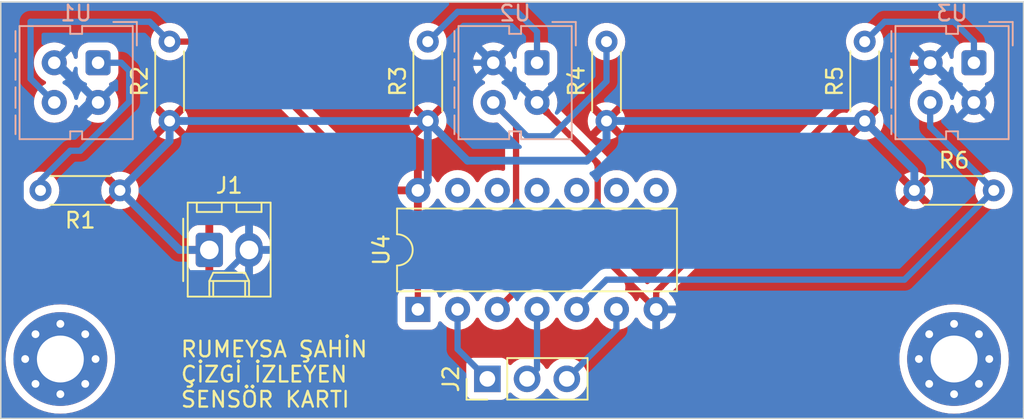
<source format=kicad_pcb>
(kicad_pcb (version 20221018) (generator pcbnew)
  (layers (0 "F.Cu" signal) (31 "B.Cu" signal) (34 "B.Paste" user) (35 "F.Paste" user) (36 "B.SilkS" user "B.Silkscreen") (37 "F.SilkS" user "F.Silkscreen") (38 "B.Mask" user) (39 "F.Mask" user) (44 "Edge.Cuts" user))
  (net 0 "")
  (net 1 "+5V")
  (net 2 "GND")
  (net 3 "SENSORLEFT")
  (net 4 "SENSORMIDDLE")
  (net 5 "SENSORRIGHT")
  (net 6 "Net-(U1-A)")
  (net 7 "Net-(U1-C)")
  (net 8 "Net-(U2-A)")
  (net 9 "Net-(U2-C)")
  (net 10 "Net-(U3-A)")
  (net 11 "Net-(U3-C)")
  (footprint "Connector_Molex:Molex_KK-254_AE-6410-02A_1x02_P2.54mm_Vertical" (layer "F.Cu") (at 109.855 58.42)
    (fp_text reference "J1" (at 1.27 -4.12) (layer "F.SilkS"))
    (fp_text value "PWR")
    (fp_line (start -1.67 -2) (end -1.67 2) (stroke (width 0.12)) (layer "F.SilkS"))
    (fp_line (start -1.38 -3.03) (end -1.38 2.99) (stroke (width 0.12)) (layer "F.SilkS"))
    (fp_line (start -1.38 2.99) (end 3.92 2.99) (stroke (width 0.12)) (layer "F.SilkS"))
    (fp_line (start -0.8 -3.03) (end -0.8 -2.43) (stroke (width 0.12)) (layer "F.SilkS"))
    (fp_line (start -0.8 -2.43) (end 0.8 -2.43) (stroke (width 0.12)) (layer "F.SilkS"))
    (fp_line (start 0 1.99) (end 0.25 1.46) (stroke (width 0.12)) (layer "F.SilkS"))
    (fp_line (start 0 1.99) (end 2.54 1.99) (stroke (width 0.12)) (layer "F.SilkS"))
    (fp_line (start 0 2.99) (end 0 1.99) (stroke (width 0.12)) (layer "F.SilkS"))
    (fp_line (start 0.25 1.46) (end 2.29 1.46) (stroke (width 0.12)) (layer "F.SilkS"))
    (fp_line (start 0.25 2.99) (end 0.25 1.99) (stroke (width 0.12)) (layer "F.SilkS"))
    (fp_line (start 0.8 -2.43) (end 0.8 -3.03) (stroke (width 0.12)) (layer "F.SilkS"))
    (fp_line (start 1.74 -3.03) (end 1.74 -2.43) (stroke (width 0.12)) (layer "F.SilkS"))
    (fp_line (start 1.74 -2.43) (end 3.34 -2.43) (stroke (width 0.12)) (layer "F.SilkS"))
    (fp_line (start 2.29 1.46) (end 2.54 1.99) (stroke (width 0.12)) (layer "F.SilkS"))
    (fp_line (start 2.29 2.99) (end 2.29 1.99) (stroke (width 0.12)) (layer "F.SilkS"))
    (fp_line (start 2.54 1.99) (end 2.54 2.99) (stroke (width 0.12)) (layer "F.SilkS"))
    (fp_line (start 3.34 -2.43) (end 3.34 -3.03) (stroke (width 0.12)) (layer "F.SilkS"))
    (fp_line (start 3.92 -3.03) (end -1.38 -3.03) (stroke (width 0.12)) (layer "F.SilkS"))
    (fp_line (start 3.92 2.99) (end 3.92 -3.03) (stroke (width 0.12)) (layer "F.SilkS"))
    (pad "1" thru_hole roundrect (at 0 0) (size 1.74 2.19) (drill 1.19) (layers "*.Cu" "*.Mask") (roundrect_rratio 0.1436781609) (net 1 "+5V"))
    (pad "2" thru_hole oval (at 2.54 0) (size 1.74 2.19) (drill 1.19) (layers "*.Cu" "*.Mask") (net 2 "GND"))
  )
  (footprint "MountingHole:MountingHole_3mm_Pad_Via" (layer "F.Cu") (at 157.48 65.405)
    (fp_text reference "REF**" hide)
    (fp_text value "MountingHole_3mm_Pad_Via" hide)
    (pad "1" thru_hole circle (at -2.25 0) (size 0.8 0.8) (drill 0.5) (layers "*.Cu" "*.Mask"))
    (pad "1" thru_hole circle (at -1.59099 -1.59099) (size 0.8 0.8) (drill 0.5) (layers "*.Cu" "*.Mask"))
    (pad "1" thru_hole circle (at -1.59099 1.59099) (size 0.8 0.8) (drill 0.5) (layers "*.Cu" "*.Mask"))
    (pad "1" thru_hole circle (at 0 -2.25) (size 0.8 0.8) (drill 0.5) (layers "*.Cu" "*.Mask"))
    (pad "1" thru_hole circle (at 0 0) (size 6 6) (drill 3) (layers "*.Cu" "*.Mask"))
    (pad "1" thru_hole circle (at 0 2.25) (size 0.8 0.8) (drill 0.5) (layers "*.Cu" "*.Mask"))
    (pad "1" thru_hole circle (at 1.59099 -1.59099) (size 0.8 0.8) (drill 0.5) (layers "*.Cu" "*.Mask"))
    (pad "1" thru_hole circle (at 1.59099 1.59099) (size 0.8 0.8) (drill 0.5) (layers "*.Cu" "*.Mask"))
    (pad "1" thru_hole circle (at 2.25 0) (size 0.8 0.8) (drill 0.5) (layers "*.Cu" "*.Mask"))
  )
  (footprint "Resistor_THT:R_Axial_DIN0204_L3.6mm_D1.6mm_P5.08mm_Horizontal" (layer "F.Cu") (at 154.94 54.61)
    (fp_text reference "R6" (at 2.54 -1.92) (layer "F.SilkS"))
    (fp_text value "10k")
    (fp_line (start 0.62 -0.92) (end 4.46 -0.92) (stroke (width 0.12)) (layer "F.SilkS"))
    (fp_line (start 0.62 0.92) (end 4.46 0.92) (stroke (width 0.12)) (layer "F.SilkS"))
    (pad "1" thru_hole circle (at 0 0) (size 1.4 1.4) (drill 0.7) (layers "*.Cu" "*.Mask") (net 1 "+5V"))
    (pad "2" thru_hole oval (at 5.08 0) (size 1.4 1.4) (drill 0.7) (layers "*.Cu" "*.Mask") (net 11 "Net-(U3-C)"))
  )
  (footprint "Resistor_THT:R_Axial_DIN0204_L3.6mm_D1.6mm_P5.08mm_Horizontal" (layer "F.Cu") (at 107.315 50.165 90)
    (fp_text reference "R2" (at 2.54 -1.92 90) (layer "F.SilkS"))
    (fp_text value "10k")
    (fp_line (start 0.62 -0.92) (end 4.46 -0.92) (stroke (width 0.12)) (layer "F.SilkS"))
    (fp_line (start 0.62 0.92) (end 4.46 0.92) (stroke (width 0.12)) (layer "F.SilkS"))
    (pad "1" thru_hole circle (at 0 0 90) (size 1.4 1.4) (drill 0.7) (layers "*.Cu" "*.Mask") (net 1 "+5V"))
    (pad "2" thru_hole oval (at 5.08 0 90) (size 1.4 1.4) (drill 0.7) (layers "*.Cu" "*.Mask") (net 7 "Net-(U1-C)"))
  )
  (footprint "Resistor_THT:R_Axial_DIN0204_L3.6mm_D1.6mm_P5.08mm_Horizontal" (layer "F.Cu") (at 135.255 50.165 90)
    (fp_text reference "R4" (at 2.54 -1.92 90) (layer "F.SilkS"))
    (fp_text value "10k")
    (fp_line (start 0.62 -0.92) (end 4.46 -0.92) (stroke (width 0.12)) (layer "F.SilkS"))
    (fp_line (start 0.62 0.92) (end 4.46 0.92) (stroke (width 0.12)) (layer "F.SilkS"))
    (pad "1" thru_hole circle (at 0 0 90) (size 1.4 1.4) (drill 0.7) (layers "*.Cu" "*.Mask") (net 1 "+5V"))
    (pad "2" thru_hole oval (at 5.08 0 90) (size 1.4 1.4) (drill 0.7) (layers "*.Cu" "*.Mask") (net 9 "Net-(U2-C)"))
  )
  (footprint "MountingHole:MountingHole_3mm_Pad_Via" (layer "F.Cu") (at 100.33 65.405)
    (fp_text reference "REF**" hide)
    (fp_text value "MountingHole_3mm_Pad_Via" hide)
    (pad "1" thru_hole circle (at -2.25 0) (size 0.8 0.8) (drill 0.5) (layers "*.Cu" "*.Mask"))
    (pad "1" thru_hole circle (at -1.59099 -1.59099) (size 0.8 0.8) (drill 0.5) (layers "*.Cu" "*.Mask"))
    (pad "1" thru_hole circle (at -1.59099 1.59099) (size 0.8 0.8) (drill 0.5) (layers "*.Cu" "*.Mask"))
    (pad "1" thru_hole circle (at 0 -2.25) (size 0.8 0.8) (drill 0.5) (layers "*.Cu" "*.Mask"))
    (pad "1" thru_hole circle (at 0 0) (size 6 6) (drill 3) (layers "*.Cu" "*.Mask"))
    (pad "1" thru_hole circle (at 0 2.25) (size 0.8 0.8) (drill 0.5) (layers "*.Cu" "*.Mask"))
    (pad "1" thru_hole circle (at 1.59099 -1.59099) (size 0.8 0.8) (drill 0.5) (layers "*.Cu" "*.Mask"))
    (pad "1" thru_hole circle (at 1.59099 1.59099) (size 0.8 0.8) (drill 0.5) (layers "*.Cu" "*.Mask"))
    (pad "1" thru_hole circle (at 2.25 0) (size 0.8 0.8) (drill 0.5) (layers "*.Cu" "*.Mask"))
  )
  (footprint "Resistor_THT:R_Axial_DIN0204_L3.6mm_D1.6mm_P5.08mm_Horizontal" (layer "F.Cu") (at 123.825 50.165 90)
    (fp_text reference "R3" (at 2.54 -1.92 90) (layer "F.SilkS"))
    (fp_text value "470")
    (fp_line (start 0.62 -0.92) (end 4.46 -0.92) (stroke (width 0.12)) (layer "F.SilkS"))
    (fp_line (start 0.62 0.92) (end 4.46 0.92) (stroke (width 0.12)) (layer "F.SilkS"))
    (pad "1" thru_hole circle (at 0 0 90) (size 1.4 1.4) (drill 0.7) (layers "*.Cu" "*.Mask") (net 1 "+5V"))
    (pad "2" thru_hole oval (at 5.08 0 90) (size 1.4 1.4) (drill 0.7) (layers "*.Cu" "*.Mask") (net 8 "Net-(U2-A)"))
  )
  (footprint "Connector_PinHeader_2.54mm:PinHeader_1x03_P2.54mm_Vertical" (layer "F.Cu") (at 127.635 66.675 90)
    (fp_text reference "J2" (at 0 -2.33 90) (layer "F.SilkS"))
    (fp_text value "SENSOR_INPUT")
    (fp_line (start -1.33 -1.33) (end 0 -1.33) (stroke (width 0.12)) (layer "F.SilkS"))
    (fp_line (start -1.33 0) (end -1.33 -1.33) (stroke (width 0.12)) (layer "F.SilkS"))
    (fp_line (start -1.33 1.27) (end -1.33 6.41) (stroke (width 0.12)) (layer "F.SilkS"))
    (fp_line (start -1.33 1.27) (end 1.33 1.27) (stroke (width 0.12)) (layer "F.SilkS"))
    (fp_line (start -1.33 6.41) (end 1.33 6.41) (stroke (width 0.12)) (layer "F.SilkS"))
    (fp_line (start 1.33 1.27) (end 1.33 6.41) (stroke (width 0.12)) (layer "F.SilkS"))
    (pad "1" thru_hole rect (at 0 0 90) (size 1.7 1.7) (drill 1) (layers "*.Cu" "*.Mask") (net 3 "SENSORLEFT"))
    (pad "2" thru_hole oval (at 0 2.54 90) (size 1.7 1.7) (drill 1) (layers "*.Cu" "*.Mask") (net 4 "SENSORMIDDLE"))
    (pad "3" thru_hole oval (at 0 5.08 90) (size 1.7 1.7) (drill 1) (layers "*.Cu" "*.Mask") (net 5 "SENSORRIGHT"))
  )
  (footprint "Resistor_THT:R_Axial_DIN0204_L3.6mm_D1.6mm_P5.08mm_Horizontal" (layer "F.Cu") (at 151.765 50.165 90)
    (fp_text reference "R5" (at 2.54 -1.92 90) (layer "F.SilkS"))
    (fp_text value "470")
    (fp_line (start 0.62 -0.92) (end 4.46 -0.92) (stroke (width 0.12)) (layer "F.SilkS"))
    (fp_line (start 0.62 0.92) (end 4.46 0.92) (stroke (width 0.12)) (layer "F.SilkS"))
    (pad "1" thru_hole circle (at 0 0 90) (size 1.4 1.4) (drill 0.7) (layers "*.Cu" "*.Mask") (net 1 "+5V"))
    (pad "2" thru_hole oval (at 5.08 0 90) (size 1.4 1.4) (drill 0.7) (layers "*.Cu" "*.Mask") (net 10 "Net-(U3-A)"))
  )
  (footprint "Resistor_THT:R_Axial_DIN0204_L3.6mm_D1.6mm_P5.08mm_Horizontal" (layer "F.Cu") (at 104.14 54.61 180)
    (fp_text reference "R1" (at 2.54 -1.92) (layer "F.SilkS"))
    (fp_text value "470")
    (fp_line (start 0.62 -0.92) (end 4.46 -0.92) (stroke (width 0.12)) (layer "F.SilkS"))
    (fp_line (start 0.62 0.92) (end 4.46 0.92) (stroke (width 0.12)) (layer "F.SilkS"))
    (pad "1" thru_hole circle (at 0 0 180) (size 1.4 1.4) (drill 0.7) (layers "*.Cu" "*.Mask") (net 1 "+5V"))
    (pad "2" thru_hole oval (at 5.08 0 180) (size 1.4 1.4) (drill 0.7) (layers "*.Cu" "*.Mask") (net 6 "Net-(U1-A)"))
  )
  (footprint "Package_DIP:DIP-14_W7.62mm" (layer "F.Cu") (at 123.19 62.23 90)
    (fp_text reference "U4" (at 3.81 -2.33 90) (layer "F.SilkS"))
    (fp_text value "74HC14")
    (fp_line (start 1.16 -1.33) (end 1.16 16.57) (stroke (width 0.12)) (layer "F.SilkS"))
    (fp_line (start 1.16 16.57) (end 6.46 16.57) (stroke (width 0.12)) (layer "F.SilkS"))
    (fp_line (start 2.81 -1.33) (end 1.16 -1.33) (stroke (width 0.12)) (layer "F.SilkS"))
    (fp_line (start 6.46 -1.33) (end 4.81 -1.33) (stroke (width 0.12)) (layer "F.SilkS"))
    (fp_line (start 6.46 16.57) (end 6.46 -1.33) (stroke (width 0.12)) (layer "F.SilkS"))
    (fp_arc (start 4.81 -1.33) (mid 3.81 -0.33) (end 2.81 -1.33) (stroke (width 0.12)) (layer "F.SilkS"))
    (pad "1" thru_hole rect (at 0 0 90) (size 1.6 1.6) (drill 0.8) (layers "*.Cu" "*.Mask") (net 7 "Net-(U1-C)"))
    (pad "2" thru_hole oval (at 0 2.54 90) (size 1.6 1.6) (drill 0.8) (layers "*.Cu" "*.Mask") (net 3 "SENSORLEFT"))
    (pad "3" thru_hole oval (at 0 5.08 90) (size 1.6 1.6) (drill 0.8) (layers "*.Cu" "*.Mask") (net 9 "Net-(U2-C)"))
    (pad "4" thru_hole oval (at 0 7.62 90) (size 1.6 1.6) (drill 0.8) (layers "*.Cu" "*.Mask") (net 4 "SENSORMIDDLE"))
    (pad "5" thru_hole oval (at 0 10.16 90) (size 1.6 1.6) (drill 0.8) (layers "*.Cu" "*.Mask") (net 11 "Net-(U3-C)"))
    (pad "6" thru_hole oval (at 0 12.7 90) (size 1.6 1.6) (drill 0.8) (layers "*.Cu" "*.Mask") (net 5 "SENSORRIGHT"))
    (pad "7" thru_hole oval (at 0 15.24 90) (size 1.6 1.6) (drill 0.8) (layers "*.Cu" "*.Mask") (net 2 "GND"))
    (pad "8" thru_hole oval (at 7.62 15.24 90) (size 1.6 1.6) (drill 0.8) (layers "*.Cu" "*.Mask"))
    (pad "9" thru_hole oval (at 7.62 12.7 90) (size 1.6 1.6) (drill 0.8) (layers "*.Cu" "*.Mask"))
    (pad "10" thru_hole oval (at 7.62 10.16 90) (size 1.6 1.6) (drill 0.8) (layers "*.Cu" "*.Mask"))
    (pad "11" thru_hole oval (at 7.62 7.62 90) (size 1.6 1.6) (drill 0.8) (layers "*.Cu" "*.Mask"))
    (pad "12" thru_hole oval (at 7.62 5.08 90) (size 1.6 1.6) (drill 0.8) (layers "*.Cu" "*.Mask"))
    (pad "13" thru_hole oval (at 7.62 2.54 90) (size 1.6 1.6) (drill 0.8) (layers "*.Cu" "*.Mask"))
    (pad "14" thru_hole oval (at 7.62 0 90) (size 1.6 1.6) (drill 0.8) (layers "*.Cu" "*.Mask") (net 1 "+5V"))
  )
  (footprint "OptoDevice:Vishay_CNY70" (layer "B.Cu") (at 130.81 46.4375 180)
    (fp_text reference "U2" (at 1.4 3.17) (layer "B.SilkS") (effects (justify mirror)))
    (fp_text value "CNY70")
    (fp_line (start -2.48 2.61) (end -2.48 1.11) (stroke (width 0.12)) (layer "B.SilkS"))
    (fp_line (start -2.48 2.61) (end -0.98 2.61) (stroke (width 0.12)) (layer "B.SilkS"))
    (fp_line (start -2.22 2.35) (end -2.22 -4.89) (stroke (width 0.12)) (layer "B.SilkS"))
    (fp_line (start 1.02 -4.89) (end -2.22 -4.89) (stroke (width 0.12)) (layer "B.SilkS"))
    (fp_line (start 1.02 -4.39) (end 1.02 -4.89) (stroke (width 0.12)) (layer "B.SilkS"))
    (fp_line (start 1.02 1.85) (end 1.78 1.85) (stroke (width 0.12)) (layer "B.SilkS"))
    (fp_line (start 1.02 2.35) (end -2.22 2.35) (stroke (width 0.12)) (layer "B.SilkS"))
    (fp_line (start 1.02 2.35) (end 1.02 1.85) (stroke (width 0.12)) (layer "B.SilkS"))
    (fp_line (start 1.78 -4.89) (end 1.78 -4.39) (stroke (width 0.12)) (layer "B.SilkS"))
    (fp_line (start 1.78 -4.89) (end 5.02 -4.89) (stroke (width 0.12)) (layer "B.SilkS"))
    (fp_line (start 1.78 -4.39) (end 1.02 -4.39) (stroke (width 0.12)) (layer "B.SilkS"))
    (fp_line (start 1.78 1.85) (end 1.78 2.35) (stroke (width 0.12)) (layer "B.SilkS"))
    (fp_line (start 1.78 2.35) (end 5.02 2.35) (stroke (width 0.12)) (layer "B.SilkS"))
    (fp_line (start 5.02 -4.89) (end 5.02 2.35) (stroke (width 0.12)) (layer "B.SilkS"))
    (fp_line (start 5.28 2.03) (end 5.28 -4.57) (stroke (width 0.12) (type dash)) (layer "B.SilkS"))
    (pad "1" thru_hole roundrect (at 0 0 180) (size 1.6 1.6) (drill 0.8) (layers "*.Cu" "*.Mask") (roundrect_rratio 0.156) (net 8 "Net-(U2-A)"))
    (pad "2" thru_hole circle (at 0 -2.54 180) (size 1.6 1.6) (drill 0.8) (layers "*.Cu" "*.Mask") (net 2 "GND"))
    (pad "3" thru_hole circle (at 2.8 -2.54 180) (size 1.6 1.6) (drill 0.8) (layers "*.Cu" "*.Mask") (net 9 "Net-(U2-C)"))
    (pad "4" thru_hole circle (at 2.8 0 180) (size 1.6 1.6) (drill 0.8) (layers "*.Cu" "*.Mask") (net 2 "GND"))
  )
  (footprint "OptoDevice:Vishay_CNY70" (layer "B.Cu") (at 102.74 46.4375 180)
    (fp_text reference "U1" (at 1.4 3.17) (layer "B.SilkS") (effects (justify mirror)))
    (fp_text value "CNY70")
    (fp_line (start -2.48 2.61) (end -2.48 1.11) (stroke (width 0.12)) (layer "B.SilkS"))
    (fp_line (start -2.48 2.61) (end -0.98 2.61) (stroke (width 0.12)) (layer "B.SilkS"))
    (fp_line (start -2.22 2.35) (end -2.22 -4.89) (stroke (width 0.12)) (layer "B.SilkS"))
    (fp_line (start 1.02 -4.89) (end -2.22 -4.89) (stroke (width 0.12)) (layer "B.SilkS"))
    (fp_line (start 1.02 -4.39) (end 1.02 -4.89) (stroke (width 0.12)) (layer "B.SilkS"))
    (fp_line (start 1.02 1.85) (end 1.78 1.85) (stroke (width 0.12)) (layer "B.SilkS"))
    (fp_line (start 1.02 2.35) (end -2.22 2.35) (stroke (width 0.12)) (layer "B.SilkS"))
    (fp_line (start 1.02 2.35) (end 1.02 1.85) (stroke (width 0.12)) (layer "B.SilkS"))
    (fp_line (start 1.78 -4.89) (end 1.78 -4.39) (stroke (width 0.12)) (layer "B.SilkS"))
    (fp_line (start 1.78 -4.89) (end 5.02 -4.89) (stroke (width 0.12)) (layer "B.SilkS"))
    (fp_line (start 1.78 -4.39) (end 1.02 -4.39) (stroke (width 0.12)) (layer "B.SilkS"))
    (fp_line (start 1.78 1.85) (end 1.78 2.35) (stroke (width 0.12)) (layer "B.SilkS"))
    (fp_line (start 1.78 2.35) (end 5.02 2.35) (stroke (width 0.12)) (layer "B.SilkS"))
    (fp_line (start 5.02 -4.89) (end 5.02 2.35) (stroke (width 0.12)) (layer "B.SilkS"))
    (fp_line (start 5.28 2.03) (end 5.28 -4.57) (stroke (width 0.12) (type dash)) (layer "B.SilkS"))
    (pad "1" thru_hole roundrect (at 0 0 180) (size 1.6 1.6) (drill 0.8) (layers "*.Cu" "*.Mask") (roundrect_rratio 0.156) (net 6 "Net-(U1-A)"))
    (pad "2" thru_hole circle (at 0 -2.54 180) (size 1.6 1.6) (drill 0.8) (layers "*.Cu" "*.Mask") (net 2 "GND"))
    (pad "3" thru_hole circle (at 2.8 -2.54 180) (size 1.6 1.6) (drill 0.8) (layers "*.Cu" "*.Mask") (net 7 "Net-(U1-C)"))
    (pad "4" thru_hole circle (at 2.8 0 180) (size 1.6 1.6) (drill 0.8) (layers "*.Cu" "*.Mask") (net 2 "GND"))
  )
  (footprint "OptoDevice:Vishay_CNY70" (layer "B.Cu") (at 158.75 46.4375 180)
    (fp_text reference "U3" (at 1.4 3.17) (layer "B.SilkS") (effects (justify mirror)))
    (fp_text value "CNY70")
    (fp_line (start -2.48 2.61) (end -2.48 1.11) (stroke (width 0.12)) (layer "B.SilkS"))
    (fp_line (start -2.48 2.61) (end -0.98 2.61) (stroke (width 0.12)) (layer "B.SilkS"))
    (fp_line (start -2.22 2.35) (end -2.22 -4.89) (stroke (width 0.12)) (layer "B.SilkS"))
    (fp_line (start 1.02 -4.89) (end -2.22 -4.89) (stroke (width 0.12)) (layer "B.SilkS"))
    (fp_line (start 1.02 -4.39) (end 1.02 -4.89) (stroke (width 0.12)) (layer "B.SilkS"))
    (fp_line (start 1.02 1.85) (end 1.78 1.85) (stroke (width 0.12)) (layer "B.SilkS"))
    (fp_line (start 1.02 2.35) (end -2.22 2.35) (stroke (width 0.12)) (layer "B.SilkS"))
    (fp_line (start 1.02 2.35) (end 1.02 1.85) (stroke (width 0.12)) (layer "B.SilkS"))
    (fp_line (start 1.78 -4.89) (end 1.78 -4.39) (stroke (width 0.12)) (layer "B.SilkS"))
    (fp_line (start 1.78 -4.89) (end 5.02 -4.89) (stroke (width 0.12)) (layer "B.SilkS"))
    (fp_line (start 1.78 -4.39) (end 1.02 -4.39) (stroke (width 0.12)) (layer "B.SilkS"))
    (fp_line (start 1.78 1.85) (end 1.78 2.35) (stroke (width 0.12)) (layer "B.SilkS"))
    (fp_line (start 1.78 2.35) (end 5.02 2.35) (stroke (width 0.12)) (layer "B.SilkS"))
    (fp_line (start 5.02 -4.89) (end 5.02 2.35) (stroke (width 0.12)) (layer "B.SilkS"))
    (fp_line (start 5.28 2.03) (end 5.28 -4.57) (stroke (width 0.12) (type dash)) (layer "B.SilkS"))
    (pad "1" thru_hole roundrect (at 0 0 180) (size 1.6 1.6) (drill 0.8) (layers "*.Cu" "*.Mask") (roundrect_rratio 0.156) (net 10 "Net-(U3-A)"))
    (pad "2" thru_hole circle (at 0 -2.54 180) (size 1.6 1.6) (drill 0.8) (layers "*.Cu" "*.Mask") (net 2 "GND"))
    (pad "3" thru_hole circle (at 2.8 -2.54 180) (size 1.6 1.6) (drill 0.8) (layers "*.Cu" "*.Mask") (net 11 "Net-(U3-C)"))
    (pad "4" thru_hole circle (at 2.8 0 180) (size 1.6 1.6) (drill 0.8) (layers "*.Cu" "*.Mask") (net 2 "GND"))
  )
  (gr_line (start 96.52 69.215) (end 97.155 69.215) (stroke (width 0.1)) (layer "Edge.Cuts"))
  (gr_line (start 96.52 42.545) (end 96.52 68.58) (stroke (width 0.1)) (layer "Edge.Cuts"))
  (gr_line (start 96.52 42.545) (end 161.925 42.545) (stroke (width 0.1)) (layer "Edge.Cuts"))
  (gr_line (start 96.52 68.58) (end 96.52 69.215) (stroke (width 0.1)) (layer "Edge.Cuts"))
  (gr_line (start 161.925 69.215) (end 97.155 69.215) (stroke (width 0.1)) (layer "Edge.Cuts"))
  (gr_line (start 161.925 42.545) (end 161.925 68.58) (stroke (width 0.1)) (layer "Edge.Cuts"))
  (gr_line (start 161.925 68.58) (end 161.925 69.215) (stroke (width 0.1)) (layer "Edge.Cuts"))
  (gr_text "RUMEYSA ŞAHİN\nÇİZGİ İZLEYEN\nSENSÖR KARTI\n" (at 107.95 68.58) (layer "F.SilkS") (effects (font (size 1 1)) (justify left bottom)))
  (segment (start 123.825 50.165) (end 126.365 52.705) (width 0.5) (layer "B.Cu") (net 1))
  (segment (start 107.315 50.165) (end 123.825 50.165) (width 0.5) (layer "B.Cu") (net 1))
  (segment (start 107.95 58.42) (end 109.855 58.42) (width 0.5) (layer "B.Cu") (net 1))
  (segment (start 135.255 50.165) (end 151.765 50.165) (width 0.5) (layer "B.Cu") (net 1))
  (segment (start 123.825 53.975) (end 123.19 54.61) (width 0.5) (layer "B.Cu") (net 1))
  (segment (start 135.255 51.435) (end 135.255 50.165) (width 0.5) (layer "B.Cu") (net 1))
  (segment (start 104.14 54.61) (end 107.95 58.42) (width 0.5) (layer "B.Cu") (net 1))
  (segment (start 154.94 53.34) (end 154.94 54.61) (width 0.5) (layer "B.Cu") (net 1))
  (segment (start 104.14 54.61) (end 107.315 51.435) (width 0.5) (layer "B.Cu") (net 1))
  (segment (start 107.315 51.435) (end 107.315 50.165) (width 0.5) (layer "B.Cu") (net 1))
  (segment (start 126.365 52.705) (end 133.985 52.705) (width 0.5) (layer "B.Cu") (net 1))
  (segment (start 133.985 52.705) (end 135.255 51.435) (width 0.5) (layer "B.Cu") (net 1))
  (segment (start 151.765 50.165) (end 154.94 53.34) (width 0.5) (layer "B.Cu") (net 1))
  (segment (start 123.825 50.165) (end 123.825 53.975) (width 0.5) (layer "B.Cu") (net 1))
  (segment (start 155.95 46.4375) (end 153.09113 46.4375) (width 0.4) (layer "F.Cu") (net 2))
  (segment (start 134.69 58.49) (end 138.43 62.23) (width 0.4) (layer "F.Cu") (net 2))
  (segment (start 138.43 61.09863) (end 138.43 62.23) (width 0.4) (layer "F.Cu") (net 2))
  (segment (start 130.81 48.9775) (end 134.69 52.8575) (width 0.4) (layer "F.Cu") (net 2))
  (segment (start 134.69 52.8575) (end 134.69 58.49) (width 0.4) (layer "F.Cu") (net 2))
  (segment (start 153.09113 46.4375) (end 138.43 61.09863) (width 0.4) (layer "F.Cu") (net 2))
  (segment (start 101.19 59.915) (end 103.095 59.915) (width 0.4) (layer "B.Cu") (net 2))
  (segment (start 128.01 46.4375) (end 128.27 46.4375) (width 0.4) (layer "B.Cu") (net 2))
  (segment (start 99.94 46.4375) (end 100.2 46.4375) (width 0.4) (layer "B.Cu") (net 2))
  (segment (start 122.0025 46.4375) (end 119.38 43.815) (width 0.4) (layer "B.Cu") (net 2))
  (segment (start 97.79 56.515) (end 101.19 59.915) (width 0.4) (layer "B.Cu") (net 2))
  (segment (start 119.38 43.815) (end 111.76 43.815) (width 0.4) (layer "B.Cu") (net 2))
  (segment (start 102.235 59.055) (end 103.095 59.915) (width 0.4) (layer "B.Cu") (net 2))
  (segment (start 102.12875 48.9775) (end 97.79 53.31625) (width 0.4) (layer "B.Cu") (net 2))
  (segment (start 128.27 46.4375) (end 130.81 48.9775) (width 0.4) (layer "B.Cu") (net 2))
  (segment (start 100.2 46.4375) (end 102.74 48.9775) (width 0.4) (layer "B.Cu") (net 2))
  (segment (start 128.01 46.4375) (end 122.0025 46.4375) (width 0.4) (layer "B.Cu") (net 2))
  (segment (start 156.21 46.4375) (end 158.75 48.9775) (width 0.4) (layer "B.Cu") (net 2))
  (segment (start 97.79 53.31625) (end 97.79 56.515) (width 0.4) (layer "B.Cu") (net 2))
  (segment (start 155.95 46.4375) (end 156.21 46.4375) (width 0.4) (layer "B.Cu") (net 2))
  (segment (start 111.76 43.815) (end 102.235 53.34) (width 0.4) (layer "B.Cu") (net 2))
  (segment (start 110.9 59.915) (end 112.395 58.42) (width 0.4) (layer "B.Cu") (net 2))
  (segment (start 103.095 59.915) (end 110.9 59.915) (width 0.4) (layer "B.Cu") (net 2))
  (segment (start 102.235 53.34) (end 102.235 59.055) (width 0.4) (layer "B.Cu") (net 2))
  (segment (start 102.74 48.9775) (end 102.12875 48.9775) (width 0.4) (layer "B.Cu") (net 2))
  (segment (start 125.73 62.23) (end 125.73 64.77) (width 0.4) (layer "B.Cu") (net 3))
  (segment (start 125.73 64.77) (end 127.635 66.675) (width 0.4) (layer "B.Cu") (net 3))
  (segment (start 130.81 62.23) (end 130.81 66.04) (width 0.4) (layer "B.Cu") (net 4))
  (segment (start 130.81 66.04) (end 130.175 66.675) (width 0.4) (layer "B.Cu") (net 4))
  (segment (start 135.89 63.5) (end 132.715 66.675) (width 0.4) (layer "B.Cu") (net 5))
  (segment (start 135.89 62.23) (end 135.89 63.5) (width 0.4) (layer "B.Cu") (net 5))
  (segment (start 100.965 52.07) (end 101.6 52.07) (width 0.4) (layer "B.Cu") (net 6))
  (segment (start 101.6 52.07) (end 104.7275 48.9425) (width 0.4) (layer "B.Cu") (net 6))
  (segment (start 104.7275 46.9425) (end 104.2225 46.4375) (width 0.4) (layer "B.Cu") (net 6))
  (segment (start 104.2225 46.4375) (end 102.74 46.4375) (width 0.4) (layer "B.Cu") (net 6))
  (segment (start 104.7275 48.9425) (end 104.7275 46.9425) (width 0.4) (layer "B.Cu") (net 6))
  (segment (start 99.06 53.975) (end 100.965 52.07) (width 0.4) (layer "B.Cu") (net 6))
  (segment (start 99.06 54.61) (end 99.06 53.975) (width 0.4) (layer "B.Cu") (net 6))
  (segment (start 107.315 45.085) (end 111.125 45.085) (width 0.4) (layer "F.Cu") (net 7))
  (segment (start 123.19 57.15) (end 123.19 62.23) (width 0.4) (layer "F.Cu") (net 7))
  (segment (start 111.125 45.085) (end 123.19 57.15) (width 0.4) (layer "F.Cu") (net 7))
  (segment (start 98.425 47.4625) (end 98.425 43.815) (width 0.4) (layer "B.Cu") (net 7))
  (segment (start 99.94 48.9775) (end 98.425 47.4625) (width 0.4) (layer "B.Cu") (net 7))
  (segment (start 98.425 43.815) (end 106.045 43.815) (width 0.4) (layer "B.Cu") (net 7))
  (segment (start 106.045 43.815) (end 107.315 45.085) (width 0.4) (layer "B.Cu") (net 7))
  (segment (start 123.825 45.085) (end 125.73 43.18) (width 0.4) (layer "B.Cu") (net 8))
  (segment (start 130.81 44.45) (end 130.81 46.4375) (width 0.4) (layer "B.Cu") (net 8))
  (segment (start 125.73 43.18) (end 129.54 43.18) (width 0.4) (layer "B.Cu") (net 8))
  (segment (start 129.54 43.18) (end 130.81 44.45) (width 0.4) (layer "B.Cu") (net 8))
  (segment (start 128.01 48.9775) (end 129.47 50.4375) (width 0.4) (layer "F.Cu") (net 9))
  (segment (start 129.47 61.03) (end 128.27 62.23) (width 0.4) (layer "F.Cu") (net 9))
  (segment (start 129.47 50.4375) (end 129.47 61.03) (width 0.4) (layer "F.Cu") (net 9))
  (segment (start 131.7375 51.1425) (end 135.255 47.625) (width 0.4) (layer "B.Cu") (net 9))
  (segment (start 130.175 51.1425) (end 131.7375 51.1425) (width 0.4) (layer "B.Cu") (net 9))
  (segment (start 135.255 47.625) (end 135.255 45.085) (width 0.4) (layer "B.Cu") (net 9))
  (segment (start 128.01 48.9775) (end 130.175 51.1425) (width 0.4) (layer "B.Cu") (net 9))
  (segment (start 157.48 43.815) (end 158.75 45.085) (width 0.4) (layer "B.Cu") (net 10))
  (segment (start 151.765 45.085) (end 153.035 43.815) (width 0.4) (layer "B.Cu") (net 10))
  (segment (start 158.75 45.085) (end 158.75 46.4375) (width 0.4) (layer "B.Cu") (net 10))
  (segment (start 153.035 43.815) (end 157.48 43.815) (width 0.4) (layer "B.Cu") (net 10))
  (segment (start 154.305 60.325) (end 135.255 60.325) (width 0.4) (layer "B.Cu") (net 11))
  (segment (start 155.95 48.9775) (end 155.95 50.54) (width 0.4) (layer "B.Cu") (net 11))
  (segment (start 155.95 50.54) (end 160.02 54.61) (width 0.4) (layer "B.Cu") (net 11))
  (segment (start 160.02 54.61) (end 154.305 60.325) (width 0.4) (layer "B.Cu") (net 11))
  (segment (start 135.255 60.325) (end 133.35 62.23) (width 0.4) (layer "B.Cu") (net 11))
  (zone (net 2) (net_name "GND") (layer "F.Cu") (connect_pads (clearance 0.5)) (min_thickness 0.25) (fill yes (thermal_gap 0.5) (thermal_bridge_width 0.5) (island_removal_mode 2) (island_area_min 10))
    (polygon (pts (xy 96.52 42.545) (xy 161.925 42.545) (xy 161.925 69.215) (xy 96.52 69.215)))
  )
  (zone (net 1) (net_name "+5V") (layer "F.Cu") (priority 1) (connect_pads (clearance 0.5)) (min_thickness 0.25) (fill yes (thermal_gap 0.5) (thermal_bridge_width 0.5))
    (polygon (pts (xy 96.52 42.545) (xy 161.925 42.545) (xy 161.925 69.215) (xy 96.52 69.215)))
  )
  (zone (net 2) (net_name "GND") (layer "B.Cu") (priority 2) (connect_pads (clearance 0.5)) (min_thickness 0.25) (fill yes (thermal_gap 0.5) (thermal_bridge_width 0.5))
    (polygon (pts (xy 96.52 42.545) (xy 161.925 42.545) (xy 161.925 69.215) (xy 96.52 69.215)))
  )
)
</source>
